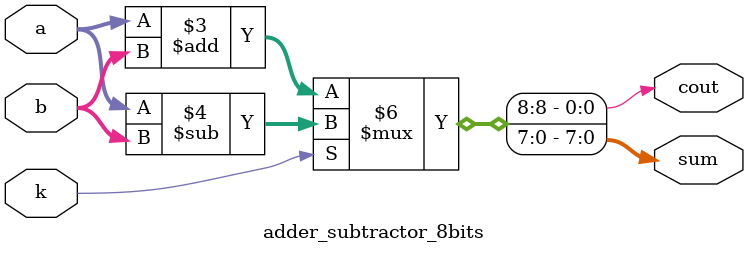
<source format=v>
module adder_subtractor_8bits(
    input [7:0] a,
    input [7:0] b,
    input k,
    output reg cout,
    output reg [7:0] sum
);

always @(*) begin

if(k==0) begin
{cout,sum} = a+b; 
$display("cout : %d, sum = %d, a= %d, b = %d", cout, sum, a, b);
end
else begin 
{cout,sum} = a-b;
$display("cout : %d, sum = %d, a= %d, b = %d", cout, sum, a, b);
end

end

endmodule
</source>
